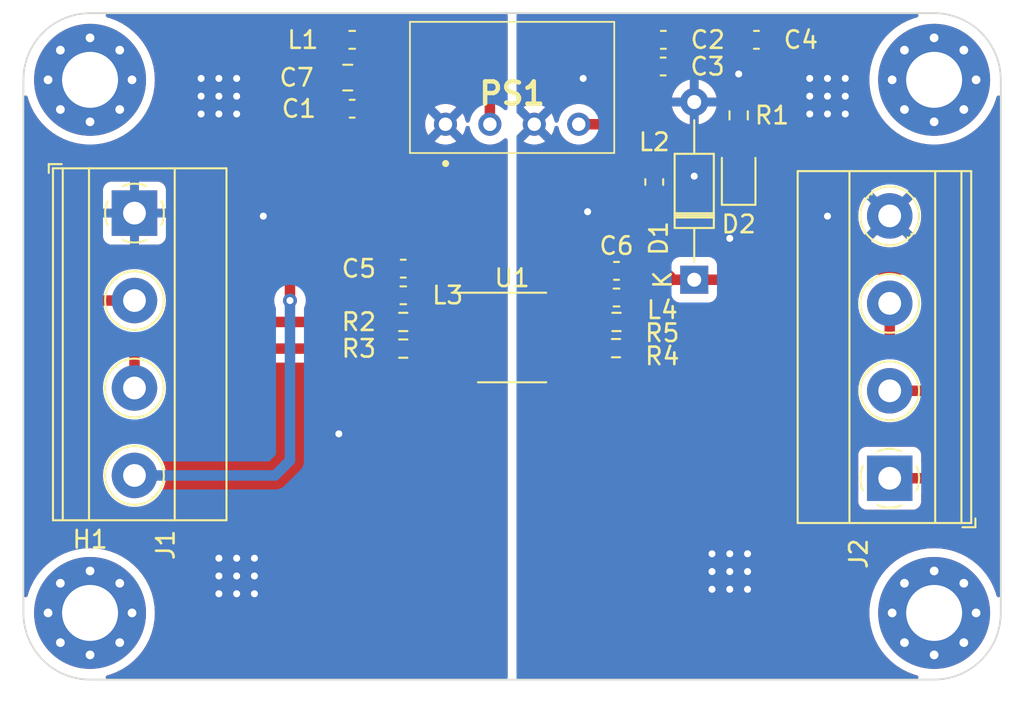
<source format=kicad_pcb>
(kicad_pcb (version 20221018) (generator pcbnew)
  (layers (0 "F.Cu" signal) (31 "B.Cu" signal) (34 "B.Paste" user) (35 "F.Paste" user) (36 "B.SilkS" user "B.Silkscreen") (37 "F.SilkS" user "F.Silkscreen") (38 "B.Mask" user) (39 "F.Mask" user) (44 "Edge.Cuts" user))
  (net 0 "")
  (net 1 "Net-(PS1-+Vin)")
  (net 2 "GND")
  (net 3 "Net-(PS1-+Vout)")
  (net 4 "GND1")
  (net 5 "+5VD")
  (net 6 "Net-(U1-VDD1)")
  (net 7 "Net-(U1-VDD2)")
  (net 8 "Net-(D2-A)")
  (net 9 "+5V")
  (net 10 "RXD_IN")
  (net 11 "Net-(U1-VOA)")
  (net 12 "TXD_IN")
  (net 13 "Net-(U1-VIB)")
  (net 14 "Net-(U1-VOB)")
  (net 15 "RXD_OUT")
  (net 16 "Net-(U1-VIA)")
  (net 17 "TXD_OUT")
  (footprint "Resistor_SMD:R_0603_1608Metric" (layer "F.Cu") (at 153.7716 95.6856)
    (fp_text reference "R4" (at 2.6416 0.4572) (layer "F.SilkS"))
    (fp_text value "47")
    (fp_line (start -0.237258 -0.5225) (end 0.237258 -0.5225) (stroke (width 0.12)) (layer "F.SilkS"))
    (fp_line (start -0.237258 0.5225) (end 0.237258 0.5225) (stroke (width 0.12)) (layer "F.SilkS"))
    (pad "1" smd roundrect (at -0.825 0) (size 0.8 0.95) (layers "F.Cu" "F.Paste" "F.Mask") (net 14 "Net-(U1-VOB)"))
    (pad "2" smd roundrect (at 0.825 0) (size 0.8 0.95) (layers "F.Cu" "F.Paste" "F.Mask") (net 15 "RXD_OUT"))
  )
  (footprint "Isolated-Serial-PCB:IL0505S" (layer "F.Cu") (at 147.828 81.129)
    (fp_text reference "PS1" (at 0 0) (layer "F.SilkS") (effects (font (size 1.27 1.27) (thickness 0.254))))
    (fp_text value "IL0505S" hide)
    (fp_line (start -5.84 -4.1) (end -5.84 3.4) (stroke (width 0.1)) (layer "F.SilkS"))
    (fp_line (start -5.84 3.4) (end 5.84 3.4) (stroke (width 0.1)) (layer "F.SilkS"))
    (fp_line (start -3.8 3.9) (end -3.8 3.9) (stroke (width 0.2)) (layer "F.SilkS"))
    (fp_line (start -3.8 4.1) (end -3.8 4.1) (stroke (width 0.2)) (layer "F.SilkS"))
    (fp_line (start 5.84 -4.1) (end -5.84 -4.1) (stroke (width 0.1)) (layer "F.SilkS"))
    (fp_line (start 5.84 3.4) (end 5.84 -4.1) (stroke (width 0.1)) (layer "F.SilkS"))
    (fp_arc (start -3.8 3.9) (mid -3.7 4) (end -3.8 4.1) (stroke (width 0.2)) (layer "F.SilkS"))
    (fp_arc (start -3.8 4.1) (mid -3.9 4) (end -3.8 3.9) (stroke (width 0.2)) (layer "F.SilkS"))
    (pad "1" thru_hole circle (at -3.81 1.755) (size 1.32 1.32) (drill 0.77) (layers "*.Cu" "*.Mask") (net 2 "GND"))
    (pad "2" thru_hole circle (at -1.27 1.755) (size 1.32 1.32) (drill 0.77) (layers "*.Cu" "*.Mask") (net 1 "Net-(PS1-+Vin)"))
    (pad "3" thru_hole circle (at 1.27 1.755) (size 1.32 1.32) (drill 0.77) (layers "*.Cu" "*.Mask") (net 4 "GND1"))
    (pad "4" thru_hole circle (at 3.81 1.755) (size 1.32 1.32) (drill 0.77) (layers "*.Cu" "*.Mask") (net 3 "Net-(PS1-+Vout)"))
  )
  (footprint "Capacitor_SMD:C_0603_1608Metric" (layer "F.Cu") (at 153.797 91.266)
    (fp_text reference "C6" (at 0 -1.43) (layer "F.SilkS"))
    (fp_text value "100nF")
    (fp_line (start -0.14058 -0.51) (end 0.14058 -0.51) (stroke (width 0.12)) (layer "F.SilkS"))
    (fp_line (start -0.14058 0.51) (end 0.14058 0.51) (stroke (width 0.12)) (layer "F.SilkS"))
    (pad "1" smd roundrect (at -0.775 0) (size 0.9 0.95) (layers "F.Cu" "F.Paste" "F.Mask") (net 7 "Net-(U1-VDD2)"))
    (pad "2" smd roundrect (at 0.775 0) (size 0.9 0.95) (layers "F.Cu" "F.Paste" "F.Mask") (net 4 "GND1"))
  )
  (footprint "Capacitor_SMD:C_0603_1608Metric" (layer "F.Cu") (at 156.464 79.582)
    (fp_text reference "C3" (at 2.54 0) (layer "F.SilkS"))
    (fp_text value "10uF")
    (fp_line (start -0.14058 -0.51) (end 0.14058 -0.51) (stroke (width 0.12)) (layer "F.SilkS"))
    (fp_line (start -0.14058 0.51) (end 0.14058 0.51) (stroke (width 0.12)) (layer "F.SilkS"))
    (pad "1" smd roundrect (at -0.775 0) (size 0.9 0.95) (layers "F.Cu" "F.Paste" "F.Mask") (net 3 "Net-(PS1-+Vout)"))
    (pad "2" smd roundrect (at 0.775 0) (size 0.9 0.95) (layers "F.Cu" "F.Paste" "F.Mask") (net 4 "GND1"))
  )
  (footprint "TerminalBlock_Phoenix:TerminalBlock_Phoenix_MKDS-1,5-4_1x04_P5.00mm_Horizontal" (layer "F.Cu") (at 169.418 103.124 90)
    (fp_text reference "J2" (at -4.318 -1.778 90) (layer "F.SilkS"))
    (fp_text value "Screw_Terminal_01x04")
    (fp_line (start -2.8 4.16) (end -2.8 4.9) (stroke (width 0.12)) (layer "F.SilkS"))
    (fp_line (start -2.8 4.9) (end -2.3 4.9) (stroke (width 0.12)) (layer "F.SilkS"))
    (fp_line (start -2.56 -5.261) (end -2.56 4.66) (stroke (width 0.12)) (layer "F.SilkS"))
    (fp_line (start -2.56 -5.261) (end 17.561 -5.261) (stroke (width 0.12)) (layer "F.SilkS"))
    (fp_line (start -2.56 -2.301) (end 17.561 -2.301) (stroke (width 0.12)) (layer "F.SilkS"))
    (fp_line (start -2.56 2.6) (end 17.561 2.6) (stroke (width 0.12)) (layer "F.SilkS"))
    (fp_line (start -2.56 4.1) (end 17.561 4.1) (stroke (width 0.12)) (layer "F.SilkS"))
    (fp_line (start -2.56 4.66) (end 17.561 4.66) (stroke (width 0.12)) (layer "F.SilkS"))
    (fp_line (start 3.773 1.023) (end 3.726 1.069) (stroke (width 0.12)) (layer "F.SilkS"))
    (fp_line (start 3.966 1.239) (end 3.931 1.274) (stroke (width 0.12)) (layer "F.SilkS"))
    (fp_line (start 6.07 -1.275) (end 6.035 -1.239) (stroke (width 0.12)) (layer "F.SilkS"))
    (fp_line (start 6.275 -1.069) (end 6.228 -1.023) (stroke (width 0.12)) (layer "F.SilkS"))
    (fp_line (start 8.773 1.023) (end 8.726 1.069) (stroke (width 0.12)) (layer "F.SilkS"))
    (fp_line (start 8.966 1.239) (end 8.931 1.274) (stroke (width 0.12)) (layer "F.SilkS"))
    (fp_line (start 11.07 -1.275) (end 11.035 -1.239) (stroke (width 0.12)) (layer "F.SilkS"))
    (fp_line (start 11.275 -1.069) (end 11.228 -1.023) (stroke (width 0.12)) (layer "F.SilkS"))
    (fp_line (start 13.773 1.023) (end 13.726 1.069) (stroke (width 0.12)) (layer "F.SilkS"))
    (fp_line (start 13.966 1.239) (end 13.931 1.274) (stroke (width 0.12)) (layer "F.SilkS"))
    (fp_line (start 16.07 -1.275) (end 16.035 -1.239) (stroke (width 0.12)) (layer "F.SilkS"))
    (fp_line (start 16.275 -1.069) (end 16.228 -1.023) (stroke (width 0.12)) (layer "F.SilkS"))
    (fp_line (start 17.561 -5.261) (end 17.561 4.66) (stroke (width 0.12)) (layer "F.SilkS"))
    (fp_arc (start -1.535427 0.683042) (mid -1.680501 -0.000524) (end -1.535 -0.684) (stroke (width 0.12)) (layer "F.SilkS"))
    (fp_arc (start -0.683042 -1.535427) (mid 0.000524 -1.680501) (end 0.684 -1.535) (stroke (width 0.12)) (layer "F.SilkS"))
    (fp_arc (start 0.028805 1.680253) (mid -0.335551 1.646659) (end -0.684 1.535) (stroke (width 0.12)) (layer "F.SilkS"))
    (fp_arc (start 0.683318 1.534756) (mid 0.349292 1.643288) (end 0 1.68) (stroke (width 0.12)) (layer "F.SilkS"))
    (fp_arc (start 1.535427 -0.683042) (mid 1.680501 0.000524) (end 1.535 0.684) (stroke (width 0.12)) (layer "F.SilkS"))
    (fp_circle (center 5 0) (end 6.68 0) (stroke (width 0.12)) (fill none) (layer "F.SilkS"))
    (fp_circle (center 10 0) (end 11.68 0) (stroke (width 0.12)) (fill none) (layer "F.SilkS"))
    (fp_circle (center 15 0) (end 16.68 0) (stroke (width 0.12)) (fill none) (layer "F.SilkS"))
    (pad "1" thru_hole rect (at 0 0 90) (size 2.6 2.6) (drill 1.3) (layers "*.Cu" "*.Mask") (net 5 "+5VD"))
    (pad "2" thru_hole circle (at 5 0 90) (size 2.6 2.6) (drill 1.3) (layers "*.Cu" "*.Mask") (net 17 "TXD_OUT"))
    (pad "3" thru_hole circle (at 10 0 90) (size 2.6 2.6) (drill 1.3) (layers "*.Cu" "*.Mask") (net 15 "RXD_OUT"))
    (pad "4" thru_hole circle (at 15 0 90) (size 2.6 2.6) (drill 1.3) (layers "*.Cu" "*.Mask") (net 4 "GND1"))
  )
  (footprint "Resistor_SMD:R_0603_1608Metric" (layer "F.Cu") (at 141.605 94.187)
    (fp_text reference "R2" (at -2.54 0) (layer "F.SilkS"))
    (fp_text value "47")
    (fp_line (start -0.237258 -0.5225) (end 0.237258 -0.5225) (stroke (width 0.12)) (layer "F.SilkS"))
    (fp_line (start -0.237258 0.5225) (end 0.237258 0.5225) (stroke (width 0.12)) (layer "F.SilkS"))
    (pad "1" smd roundrect (at -0.825 0) (size 0.8 0.95) (layers "F.Cu" "F.Paste" "F.Mask") (net 10 "RXD_IN"))
    (pad "2" smd roundrect (at 0.825 0) (size 0.8 0.95) (layers "F.Cu" "F.Paste" "F.Mask") (net 11 "Net-(U1-VOA)"))
  )
  (footprint "MountingHole:MountingHole_3.2mm_M3_Pad_Via" (layer "F.Cu") (at 171.958 80.344)
    (fp_text reference "H4" hide)
    (fp_text value "MountingHole")
    (pad "1" thru_hole circle (at -2.4 0) (size 0.8 0.8) (drill 0.5) (layers "*.Cu" "*.Mask"))
    (pad "1" thru_hole circle (at -1.697056 -1.697056) (size 0.8 0.8) (drill 0.5) (layers "*.Cu" "*.Mask"))
    (pad "1" thru_hole circle (at -1.697056 1.697056) (size 0.8 0.8) (drill 0.5) (layers "*.Cu" "*.Mask"))
    (pad "1" thru_hole circle (at 0 -2.4) (size 0.8 0.8) (drill 0.5) (layers "*.Cu" "*.Mask"))
    (pad "1" thru_hole circle (at 0 0) (size 6.4 6.4) (drill 3.2) (layers "*.Cu" "*.Mask"))
    (pad "1" thru_hole circle (at 0 2.4) (size 0.8 0.8) (drill 0.5) (layers "*.Cu" "*.Mask"))
    (pad "1" thru_hole circle (at 1.697056 -1.697056) (size 0.8 0.8) (drill 0.5) (layers "*.Cu" "*.Mask"))
    (pad "1" thru_hole circle (at 1.697056 1.697056) (size 0.8 0.8) (drill 0.5) (layers "*.Cu" "*.Mask"))
    (pad "1" thru_hole circle (at 2.4 0) (size 0.8 0.8) (drill 0.5) (layers "*.Cu" "*.Mask"))
  )
  (footprint "Inductor_SMD:L_0603_1608Metric" (layer "F.Cu") (at 155.956 86.186 90)
    (fp_text reference "L2" (at 2.286 0 180) (layer "F.SilkS"))
    (fp_text value "L_Ferrite")
    (fp_line (start -0.162779 -0.51) (end 0.162779 -0.51) (stroke (width 0.12)) (layer "F.SilkS"))
    (fp_line (start -0.162779 0.51) (end 0.162779 0.51) (stroke (width 0.12)) (layer "F.SilkS"))
    (pad "1" smd roundrect (at -0.7875 0 90) (size 0.875 0.95) (layers "F.Cu" "F.Paste" "F.Mask") (net 5 "+5VD"))
    (pad "2" smd roundrect (at 0.7875 0 90) (size 0.875 0.95) (layers "F.Cu" "F.Paste" "F.Mask") (net 3 "Net-(PS1-+Vout)"))
  )
  (footprint "Capacitor_SMD:C_0603_1608Metric" (layer "F.Cu") (at 138.684 81.995 180)
    (fp_text reference "C1" (at 3.048 0) (layer "F.SilkS"))
    (fp_text value "100nF")
    (fp_line (start -0.14058 -0.51) (end 0.14058 -0.51) (stroke (width 0.12)) (layer "F.SilkS"))
    (fp_line (start -0.14058 0.51) (end 0.14058 0.51) (stroke (width 0.12)) (layer "F.SilkS"))
    (pad "1" smd roundrect (at -0.775 0 180) (size 0.9 0.95) (layers "F.Cu" "F.Paste" "F.Mask") (net 1 "Net-(PS1-+Vin)"))
    (pad "2" smd roundrect (at 0.775 0 180) (size 0.9 0.95) (layers "F.Cu" "F.Paste" "F.Mask") (net 2 "GND"))
  )
  (footprint "Diode_THT:D_DO-35_SOD27_P10.16mm_Horizontal" (layer "F.Cu") (at 158.242 91.773999 90)
    (fp_text reference "D1" (at 2.365999 -2.032 90) (layer "F.SilkS"))
    (fp_text value "D_Zener")
    (fp_text user "K" (at 0 -1.8 90) (layer "F.SilkS"))
    (fp_line (start 1.04 0) (end 2.96 0) (stroke (width 0.12)) (layer "F.SilkS"))
    (fp_line (start 2.96 -1.12) (end 2.96 1.12) (stroke (width 0.12)) (layer "F.SilkS"))
    (fp_line (start 2.96 1.12) (end 7.2 1.12) (stroke (width 0.12)) (layer "F.SilkS"))
    (fp_line (start 3.56 -1.12) (end 3.56 1.12) (stroke (width 0.12)) (layer "F.SilkS"))
    (fp_line (start 3.68 -1.12) (end 3.68 1.12) (stroke (width 0.12)) (layer "F.SilkS"))
    (fp_line (start 3.8 -1.12) (end 3.8 1.12) (stroke (width 0.12)) (layer "F.SilkS"))
    (fp_line (start 7.2 -1.12) (end 2.96 -1.12) (stroke (width 0.12)) (layer "F.SilkS"))
    (fp_line (start 7.2 1.12) (end 7.2 -1.12) (stroke (width 0.12)) (layer "F.SilkS"))
    (fp_line (start 9.12 0) (end 7.2 0) (stroke (width 0.12)) (layer "F.SilkS"))
    (pad "1" thru_hole rect (at 0 0 90) (size 1.6 1.6) (drill 0.8) (layers "*.Cu" "*.Mask") (net 5 "+5VD"))
    (pad "2" thru_hole oval (at 10.16 0 90) (size 1.6 1.6) (drill 0.8) (layers "*.Cu" "*.Mask") (net 4 "GND1"))
  )
  (footprint "Package_SO:SOIC-8_3.9x4.9mm_P1.27mm" (layer "F.Cu") (at 147.828 95.076)
    (fp_text reference "U1" (at 0 -3.4) (layer "F.SilkS"))
    (fp_text value "ADuM1201AR")
    (fp_line (start 0 -2.56) (end -3.45 -2.56) (stroke (width 0.12)) (layer "F.SilkS"))
    (fp_line (start 0 -2.56) (end 1.95 -2.56) (stroke (width 0.12)) (layer "F.SilkS"))
    (fp_line (start 0 2.56) (end -1.95 2.56) (stroke (width 0.12)) (layer "F.SilkS"))
    (fp_line (start 0 2.56) (end 1.95 2.56) (stroke (width 0.12)) (layer "F.SilkS"))
    (pad "1" smd roundrect (at -2.475 -1.905) (size 1.95 0.6) (layers "F.Cu" "F.Paste" "F.Mask") (net 6 "Net-(U1-VDD1)"))
    (pad "2" smd roundrect (at -2.475 -0.635) (size 1.95 0.6) (layers "F.Cu" "F.Paste" "F.Mask") (net 11 "Net-(U1-VOA)"))
    (pad "3" smd roundrect (at -2.475 0.635) (size 1.95 0.6) (layers "F.Cu" "F.Paste" "F.Mask") (net 13 "Net-(U1-VIB)"))
    (pad "4" smd roundrect (at -2.475 1.905) (size 1.95 0.6) (layers "F.Cu" "F.Paste" "F.Mask") (net 2 "GND"))
    (pad "5" smd roundrect (at 2.475 1.905) (size 1.95 0.6) (layers "F.Cu" "F.Paste" "F.Mask") (net 4 "GND1"))
    (pad "6" smd roundrect (at 2.475 0.635) (size 1.95 0.6) (layers "F.Cu" "F.Paste" "F.Mask") (net 14 "Net-(U1-VOB)"))
    (pad "7" smd roundrect (at 2.475 -0.635) (size 1.95 0.6) (layers "F.Cu" "F.Paste" "F.Mask") (net 16 "Net-(U1-VIA)"))
    (pad "8" smd roundrect (at 2.475 -1.905) (size 1.95 0.6) (layers "F.Cu" "F.Paste" "F.Mask") (net 7 "Net-(U1-VDD2)"))
  )
  (footprint "MountingHole:MountingHole_3.2mm_M3_Pad_Via" (layer "F.Cu") (at 123.698 80.344)
    (fp_text reference "H2" hide)
    (fp_text value "MountingHole")
    (pad "1" thru_hole circle (at -2.4 0) (size 0.8 0.8) (drill 0.5) (layers "*.Cu" "*.Mask"))
    (pad "1" thru_hole circle (at -1.697056 -1.697056) (size 0.8 0.8) (drill 0.5) (layers "*.Cu" "*.Mask"))
    (pad "1" thru_hole circle (at -1.697056 1.697056) (size 0.8 0.8) (drill 0.5) (layers "*.Cu" "*.Mask"))
    (pad "1" thru_hole circle (at 0 -2.4) (size 0.8 0.8) (drill 0.5) (layers "*.Cu" "*.Mask"))
    (pad "1" thru_hole circle (at 0 0) (size 6.4 6.4) (drill 3.2) (layers "*.Cu" "*.Mask"))
    (pad "1" thru_hole circle (at 0 2.4) (size 0.8 0.8) (drill 0.5) (layers "*.Cu" "*.Mask"))
    (pad "1" thru_hole circle (at 1.697056 -1.697056) (size 0.8 0.8) (drill 0.5) (layers "*.Cu" "*.Mask"))
    (pad "1" thru_hole circle (at 1.697056 1.697056) (size 0.8 0.8) (drill 0.5) (layers "*.Cu" "*.Mask"))
    (pad "1" thru_hole circle (at 2.4 0) (size 0.8 0.8) (drill 0.5) (layers "*.Cu" "*.Mask"))
  )
  (footprint "LED_SMD:LED_0805_2012Metric" (layer "F.Cu") (at 160.782 85.805 90)
    (fp_text reference "D2" (at -2.794 0 180) (layer "F.SilkS"))
    (fp_text value "LED")
    (fp_line (start -1.685 -0.96) (end -1.685 0.96) (stroke (width 0.12)) (layer "F.SilkS"))
    (fp_line (start -1.685 0.96) (end 1 0.96) (stroke (width 0.12)) (layer "F.SilkS"))
    (fp_line (start 1 -0.96) (end -1.685 -0.96) (stroke (width 0.12)) (layer "F.SilkS"))
    (pad "1" smd roundrect (at -0.9375 0 90) (size 0.975 1.4) (layers "F.Cu" "F.Paste" "F.Mask") (net 4 "GND1"))
    (pad "2" smd roundrect (at 0.9375 0 90) (size 0.975 1.4) (layers "F.Cu" "F.Paste" "F.Mask") (net 8 "Net-(D2-A)"))
  )
  (footprint "Inductor_SMD:L_0603_1608Metric" (layer "F.Cu") (at 141.605 92.663 180)
    (fp_text reference "L3" (at -2.54 0) (layer "F.SilkS"))
    (fp_text value "L_Ferrite")
    (fp_line (start -0.162779 -0.51) (end 0.162779 -0.51) (stroke (width 0.12)) (layer "F.SilkS"))
    (fp_line (start -0.162779 0.51) (end 0.162779 0.51) (stroke (width 0.12)) (layer "F.SilkS"))
    (pad "1" smd roundrect (at -0.7875 0 180) (size 0.875 0.95) (layers "F.Cu" "F.Paste" "F.Mask") (net 6 "Net-(U1-VDD1)"))
    (pad "2" smd roundrect (at 0.7875 0 180) (size 0.875 0.95) (layers "F.Cu" "F.Paste" "F.Mask") (net 9 "+5V"))
  )
  (footprint "Capacitor_SMD:C_0603_1608Metric" (layer "F.Cu") (at 156.477 78.058)
    (fp_text reference "C2" (at 2.54 0) (layer "F.SilkS"))
    (fp_text value "10uF")
    (fp_line (start -0.14058 -0.51) (end 0.14058 -0.51) (stroke (width 0.12)) (layer "F.SilkS"))
    (fp_line (start -0.14058 0.51) (end 0.14058 0.51) (stroke (width 0.12)) (layer "F.SilkS"))
    (pad "1" smd roundrect (at -0.775 0) (size 0.9 0.95) (layers "F.Cu" "F.Paste" "F.Mask") (net 3 "Net-(PS1-+Vout)"))
    (pad "2" smd roundrect (at 0.775 0) (size 0.9 0.95) (layers "F.Cu" "F.Paste" "F.Mask") (net 4 "GND1"))
  )
  (footprint "TerminalBlock_Phoenix:TerminalBlock_Phoenix_MKDS-1,5-4_1x04_P5.00mm_Horizontal" (layer "F.Cu") (at 126.238 87.964 -90)
    (fp_text reference "J1" (at 18.97 -1.778 -90) (layer "F.SilkS"))
    (fp_text value "Screw_Terminal_01x04")
    (fp_line (start -2.8 4.16) (end -2.8 4.9) (stroke (width 0.12)) (layer "F.SilkS"))
    (fp_line (start -2.8 4.9) (end -2.3 4.9) (stroke (width 0.12)) (layer "F.SilkS"))
    (fp_line (start -2.56 -5.261) (end -2.56 4.66) (stroke (width 0.12)) (layer "F.SilkS"))
    (fp_line (start -2.56 -5.261) (end 17.561 -5.261) (stroke (width 0.12)) (layer "F.SilkS"))
    (fp_line (start -2.56 -2.301) (end 17.561 -2.301) (stroke (width 0.12)) (layer "F.SilkS"))
    (fp_line (start -2.56 2.6) (end 17.561 2.6) (stroke (width 0.12)) (layer "F.SilkS"))
    (fp_line (start -2.56 4.1) (end 17.561 4.1) (stroke (width 0.12)) (layer "F.SilkS"))
    (fp_line (start -2.56 4.66) (end 17.561 4.66) (stroke (width 0.12)) (layer "F.SilkS"))
    (fp_line (start 3.773 1.023) (end 3.726 1.069) (stroke (width 0.12)) (layer "F.SilkS"))
    (fp_line (start 3.966 1.239) (end 3.931 1.274) (stroke (width 0.12)) (layer "F.SilkS"))
    (fp_line (start 6.07 -1.275) (end 6.035 -1.239) (stroke (width 0.12)) (layer "F.SilkS"))
    (fp_line (start 6.275 -1.069) (end 6.228 -1.023) (stroke (width 0.12)) (layer "F.SilkS"))
    (fp_line (start 8.773 1.023) (end 8.726 1.069) (stroke (width 0.12)) (layer "F.SilkS"))
    (fp_line (start 8.966 1.239) (end 8.931 1.274) (stroke (width 0.12)) (layer "F.SilkS"))
    (fp_line (start 11.07 -1.275) (end 11.035 -1.239) (stroke (width 0.12)) (layer "F.SilkS"))
    (fp_line (start 11.275 -1.069) (end 11.228 -1.023) (stroke (width 0.12)) (layer "F.SilkS"))
    (fp_line (start 13.773 1.023) (end 13.726 1.069) (stroke (width 0.12)) (layer "F.SilkS"))
    (fp_line (start 13.966 1.239) (end 13.931 1.274) (stroke (width 0.12)) (layer "F.SilkS"))
    (fp_line (start 16.07 -1.275) (end 16.035 -1.239) (stroke (width 0.12)) (layer "F.SilkS"))
    (fp_line (start 16.275 -1.069) (end 16.228 -1.023) (stroke (width 0.12)) (layer "F.SilkS"))
    (fp_line (start 17.561 -5.261) (end 17.561 4.66) (stroke (width 0.12)) (layer "F.SilkS"))
    (fp_arc (start -1.535427 0.683042) (mid -1.680501 -0.000524) (end -1.535 -0.684) (stroke (width 0.12)) (layer "F.SilkS"))
    (fp_arc (start -0.683042 -1.535427) (mid 0.000524 -1.680501) (end 0.684 -1.535) (stroke (width 0.12)) (layer "F.SilkS"))
    (fp_arc (start 0.028805 1.680253) (mid -0.335551 1.646659) (end -0.684 1.535) (stroke (width 0.12)) (layer "F.SilkS"))
    (fp_arc (start 0.683318 1.534756) (mid 0.349292 1.643288) (end 0 1.68) (stroke (width 0.12)) (layer "F.SilkS"))
    (fp_arc (start 1.535427 -0.683042) (mid 1.680501 0.000524) (end 1.535 0.684) (stroke (width 0.12)) (layer "F.SilkS"))
    (fp_circle (center 5 0) (end 6.68 0) (stroke (width 0.12)) (fill none) (layer "F.SilkS"))
    (fp_circle (center 10 0) (end 11.68 0) (stroke (width 0.12)) (fill none) (layer "F.SilkS"))
    (fp_circle (center 15 0) (end 16.68 0) (stroke (width 0.12)) (fill none) (layer "F.SilkS"))
    (pad "1" thru_hole rect (at 0 0 270) (size 2.6 2.6) (drill 1.3) (layers "*.Cu" "*.Mask") (net 2 "GND"))
    (pad "2" thru_hole circle (at 5 0 270) (size 2.6 2.6) (drill 1.3) (layers "*.Cu" "*.Mask") (net 12 "TXD_IN"))
    (pad "3" thru_hole circle (at 10 0 270) (size 2.6 2.6) (drill 1.3) (layers "*.Cu" "*.Mask") (net 10 "RXD_IN"))
    (pad "4" thru_hole circle (at 15 0 270) (size 2.6 2.6) (drill 1.3) (layers "*.Cu" "*.Mask") (net 9 "+5V"))
  )
  (footprint "Resistor_SMD:R_0603_1608Metric" (layer "F.Cu") (at 160.782 82.376 -90)
    (fp_text reference "R1" (at 0 -1.905 -180) (layer "F.SilkS"))
    (fp_text value "1k")
    (fp_line (start -0.237258 -0.5225) (end 0.237258 -0.5225) (stroke (width 0.12)) (layer "F.SilkS"))
    (fp_line (start -0.237258 0.5225) (end 0.237258 0.5225) (stroke (width 0.12)) (layer "F.SilkS"))
    (pad "1" smd roundrect (at -0.825 0 270) (size 0.8 0.95) (layers "F.Cu" "F.Paste" "F.Mask") (net 5 "+5VD"))
    (pad "2" smd roundrect (at 0.825 0 270) (size 0.8 0.95) (layers "F.Cu" "F.Paste" "F.Mask") (net 8 "Net-(D2-A)"))
  )
  (footprint "MountingHole:MountingHole_3.2mm_M3_Pad_Via" (layer "F.Cu") (at 171.958 110.824)
    (fp_text reference "H3" hide)
    (fp_text value "MountingHole")
    (pad "1" thru_hole circle (at -2.4 0) (size 0.8 0.8) (drill 0.5) (layers "*.Cu" "*.Mask"))
    (pad "1" thru_hole circle (at -1.697056 -1.697056) (size 0.8 0.8) (drill 0.5) (layers "*.Cu" "*.Mask"))
    (pad "1" thru_hole circle (at -1.697056 1.697056) (size 0.8 0.8) (drill 0.5) (layers "*.Cu" "*.Mask"))
    (pad "1" thru_hole circle (at 0 -2.4) (size 0.8 0.8) (drill 0.5) (layers "*.Cu" "*.Mask"))
    (pad "1" thru_hole circle (at 0 0) (size 6.4 6.4) (drill 3.2) (layers "*.Cu" "*.Mask"))
    (pad "1" thru_hole circle (at 0 2.4) (size 0.8 0.8) (drill 0.5) (layers "*.Cu" "*.Mask"))
    (pad "1" thru_hole circle (at 1.697056 -1.697056) (size 0.8 0.8) (drill 0.5) (layers "*.Cu" "*.Mask"))
    (pad "1" thru_hole circle (at 1.697056 1.697056) (size 0.8 0.8) (drill 0.5) (layers "*.Cu" "*.Mask"))
    (pad "1" thru_hole circle (at 2.4 0) (size 0.8 0.8) (drill 0.5) (layers "*.Cu" "*.Mask"))
  )
  (footprint "Resistor_SMD:R_0603_1608Metric" (layer "F.Cu") (at 153.797 94.187)
    (fp_text reference "R5" (at 2.6162 0.635) (layer "F.SilkS"))
    (fp_text value "47")
    (fp_line (start -0.237258 -0.5225) (end 0.237258 -0.5225) (stroke (width 0.12)) (layer "F.SilkS"))
    (fp_line (start -0.237258 0.5225) (end 0.237258 0.5225) (stroke (width 0.12)) (layer "F.SilkS"))
    (pad "1" smd roundrect (at -0.825 0) (size 0.8 0.95) (layers "F.Cu" "F.Paste" "F.Mask") (net 16 "Net-(U1-VIA)"))
    (pad "2" smd roundrect (at 0.825 0) (size 0.8 0.95) (layers "F.Cu" "F.Paste" "F.Mask") (net 17 "TXD_OUT"))
  )
  (footprint "Resistor_SMD:R_0603_1608Metric" (layer "F.Cu") (at 141.605 95.711)
    (fp_text reference "R3" (at -2.54 0) (layer "F.SilkS"))
    (fp_text value "47")
    (fp_line (start -0.237258 -0.5225) (end 0.237258 -0.5225) (stroke (width 0.12)) (layer "F.SilkS"))
    (fp_line (start -0.237258 0.5225) (end 0.237258 0.5225) (stroke (width 0.12)) (layer "F.SilkS"))
    (pad "1" smd roundrect (at -0.825 0) (size 0.8 0.95) (layers "F.Cu" "F.Paste" "F.Mask") (net 12 "TXD_IN"))
    (pad "2" smd roundrect (at 0.825 0) (size 0.8 0.95) (layers "F.Cu" "F.Paste" "F.Mask") (net 13 "Net-(U1-VIB)"))
  )
  (footprint "Capacitor_SMD:C_0603_1608Metric" (layer "F.Cu") (at 141.605 91.139)
    (fp_text reference "C5" (at -2.54 0) (layer "F.SilkS"))
    (fp_text value "100nF")
    (fp_line (start -0.14058 -0.51) (end 0.14058 -0.51) (stroke (width 0.12)) (layer "F.SilkS"))
    (fp_line (start -0.14058 0.51) (end 0.14058 0.51) (stroke (width 0.12)) (layer "F.SilkS"))
    (pad "1" smd roundrect (at -0.775 0) (size 0.9 0.95) (layers "F.Cu" "F.Paste" "F.Mask") (net 2 "GND"))
    (pad "2" smd roundrect (at 0.775 0) (size 0.9 0.95) (layers "F.Cu" "F.Paste" "F.Mask") (net 6 "Net-(U1-VDD1)"))
  )
  (footprint "Inductor_SMD:L_0603_1608Metric" (layer "F.Cu") (at 153.797 92.79 180)
    (fp_text reference "L4" (at -2.6162 -0.7112) (layer "F.SilkS"))
    (fp_text value "L_Ferrite")
    (fp_line (start -0.162779 -0.51) (end 0.162779 -0.51) (stroke (width 0.12)) (layer "F.SilkS"))
    (fp_line (start -0.162779 0.51) (end 0.162779 0.51) (stroke (width 0.12)) (layer "F.SilkS"))
    (pad "1" smd roundrect (at -0.7875 0 180) (size 0.875 0.95) (layers "F.Cu" "F.Paste" "F.Mask") (net 5 "+5VD"))
    (pad "2" smd roundrect (at 0.7875 0 180) (size 0.875 0.95) (layers "F.Cu" "F.Paste" "F.Mask") (net 7 "Net-(U1-VDD2)"))
  )
  (footprint "MountingHole:MountingHole_3.2mm_M3_Pad_Via" (layer "F.Cu") (at 123.698 110.824)
    (fp_text reference "H1" (at 0 -4.2) (layer "F.SilkS"))
    (fp_text value "MountingHole")
    (pad "1" thru_hole circle (at -2.4 0) (size 0.8 0.8) (drill 0.5) (layers "*.Cu" "*.Mask"))
    (pad "1" thru_hole circle (at -1.697056 -1.697056) (size 0.8 0.8) (drill 0.5) (layers "*.Cu" "*.Mask"))
    (pad "1" thru_hole circle (at -1.697056 1.697056) (size 0.8 0.8) (drill 0.5) (layers "*.Cu" "*.Mask"))
    (pad "1" thru_hole circle (at 0 -2.4) (size 0.8 0.8) (drill 0.5) (layers "*.Cu" "*.Mask"))
    (pad "1" thru_hole circle (at 0 0) (size 6.4 6.4) (drill 3.2) (layers "*.Cu" "*.Mask"))
    (pad "1" thru_hole circle (at 0 2.4) (size 0.8 0.8) (drill 0.5) (layers "*.Cu" "*.Mask"))
    (pad "1" thru_hole circle (at 1.697056 -1.697056) (size 0.8 0.8) (drill 0.5) (layers "*.Cu" "*.Mask"))
    (pad "1" thru_hole circle (at 1.697056 1.697056) (size 0.8 0.8) (drill 0.5) (layers "*.Cu" "*.Mask"))
    (pad "1" thru_hole circle (at 2.4 0) (size 0.8 0.8) (drill 0.5) (layers "*.Cu" "*.Mask"))
  )
  (footprint "Inductor_SMD:L_0603_1608Metric" (layer "F.Cu") (at 138.684 78.058 180)
    (fp_text reference "L1" (at 2.819501 0) (layer "F.SilkS"))
    (fp_text value "L_Ferrite")
    (fp_line (start -0.162779 -0.51) (end 0.162779 -0.51) (stroke (width 0.12)) (layer "F.SilkS"))
    (fp_line (start -0.162779 0.51) (end 0.162779 0.51) (stroke (width 0.12)) (layer "F.SilkS"))
    (pad "1" smd roundrect (at -0.7875 0 180) (size 0.875 0.95) (layers "F.Cu" "F.Paste" "F.Mask") (net 1 "Net-(PS1-+Vin)"))
    (pad "2" smd roundrect (at 0.7875 0 180) (size 0.875 0.95) (layers "F.Cu" "F.Paste" "F.Mask") (net 9 "+5V"))
  )
  (footprint "Capacitor_SMD:C_0805_2012Metric" (layer "F.Cu") (at 138.43 80.217 180)
    (fp_text reference "C7" (at 2.921 0) (layer "F.SilkS"))
    (fp_text value "10uF")
    (fp_line (start -0.261252 -0.735) (end 0.261252 -0.735) (stroke (width 0.12)) (layer "F.SilkS"))
    (fp_line (start -0.261252 0.735) (end 0.261252 0.735) (stroke (width 0.12)) (layer "F.SilkS"))
    (pad "1" smd roundrect (at -0.95 0 180) (size 1 1.45) (layers "F.Cu" "F.Paste" "F.Mask") (net 1 "Net-(PS1-+Vin)"))
    (pad "2" smd roundrect (at 0.95 0 180) (size 1 1.45) (layers "F.Cu" "F.Paste" "F.Mask") (net 2 "GND"))
  )
  (footprint "Capacitor_SMD:C_0603_1608Metric" (layer "F.Cu") (at 161.798 78.058 180)
    (fp_text reference "C4" (at -2.54 0) (layer "F.SilkS"))
    (fp_text value "100nF")
    (fp_line (start -0.14058 -0.51) (end 0.14058 -0.51) (stroke (width 0.12)) (layer "F.SilkS"))
    (fp_line (start -0.14058 0.51) (end 0.14058 0.51) (stroke (width 0.12)) (layer "F.SilkS"))
    (pad "1" smd roundrect (at -0.775 0 180) (size 0.9 0.95) (layers "F.Cu" "F.Paste" "F.Mask") (net 5 "+5VD"))
    (pad "2" smd roundrect (at 0.775 0 180) (size 0.9 0.95) (layers "F.Cu" "F.Paste" "F.Mask") (net 4 "GND1"))
  )
  (gr_line (start 123.698 76.534) (end 171.958 76.534) (stroke (width 0.1)) (layer "Edge.Cuts"))
  (gr_line (start 171.958 114.634) (end 123.698 114.634) (stroke (width 0.1)) (layer "Edge.Cuts"))
  (gr_arc (start 171.958 76.534) (mid 174.652077 77.649923) (end 175.768 80.344) (stroke (width 0.1)) (layer "Edge.Cuts"))
  (gr_line (start 119.888 110.824) (end 119.888 80.344) (stroke (width 0.1)) (layer "Edge.Cuts"))
  (gr_arc (start 119.888 80.344) (mid 121.003923 77.649923) (end 123.698 76.534) (stroke (width 0.1)) (layer "Edge.Cuts"))
  (gr_arc (start 123.698 114.634) (mid 121.003923 113.518077) (end 119.888 110.824) (stroke (width 0.1)) (layer "Edge.Cuts"))
  (gr_arc (start 175.768 110.824) (mid 174.652077 113.518077) (end 171.958 114.634) (stroke (width 0.1)) (layer "Edge.Cuts"))
  (gr_line (start 175.768 80.344) (end 175.768 110.824) (stroke (width 0.1)) (layer "Edge.Cuts"))
  (segment (start 139.38 80.217) (end 139.38 81.916) (width 0.6) (layer "F.Cu") (net 1))
  (segment (start 139.38 81.916) (end 139.459 81.995) (width 0.6) (layer "F.Cu") (net 1))
  (segment (start 139.38 80.217) (end 139.427 80.264) (width 0.6) (layer "F.Cu") (net 1))
  (segment (start 146.558 81.28) (end 146.558 82.884) (width 0.6) (layer "F.Cu") (net 1))
  (segment (start 139.427 80.264) (end 145.542 80.264) (width 0.6) (layer "F.Cu") (net 1))
  (segment (start 145.542 80.264) (end 146.558 81.28) (width 0.6) (layer "F.Cu") (net 1))
  (segment (start 139.4715 78.058) (end 139.4715 80.1255) (width 0.6) (layer "F.Cu") (net 1))
  (segment (start 139.4715 80.1255) (end 139.38 80.217) (width 0.6) (layer "F.Cu") (net 1))
  (via (at 132.08 107.696) (size 0.8) (drill 0.4) (layers "F.Cu" "B.Cu") (net 2))
  (via (at 133.096 108.712) (size 0.8) (drill 0.4) (layers "F.Cu" "B.Cu") (net 2))
  (via (at 130.048 80.264) (size 0.8) (drill 0.4) (layers "F.Cu" "B.Cu") (net 2))
  (via (at 131.064 109.728) (size 0.8) (drill 0.4) (layers "F.Cu" "B.Cu") (net 2))
  (via (at 132.08 81.28) (size 0.8) (drill 0.4) (layers "F.Cu" "B.Cu") (net 2))
  (via (at 130.048 81.28) (size 0.8) (drill 0.4) (layers "F.Cu" "B.Cu") (net 2))
  (via (at 131.064 82.296) (size 0.8) (drill 0.4) (layers "F.Cu" "B.Cu") (net 2))
  (via (at 132.08 109.728) (size 0.8) (drill 0.4) (layers "F.Cu" "B.Cu") (net 2))
  (via (at 133.604 88.138) (size 0.8) (drill 0.4) (layers "F.Cu" "B.Cu") (net 2))
  (via (at 130.048 82.296) (size 0.8) (drill 0.4) (layers "F.Cu" "B.Cu") (net 2))
  (via (at 131.064 80.264) (size 0.8) (drill 0.4) (layers "F.Cu" "B.Cu") (net 2))
  (via (at 133.096 109.728) (size 0.8) (drill 0.4) (layers "F.Cu" "B.Cu") (net 2))
  (via (at 132.08 108.712) (size 0.8) (drill 0.4) (layers "F.Cu" "B.Cu") (net 2))
  (via (at 131.064 108.712) (size 0.8) (drill 0.4) (layers "F.Cu" "B.Cu") (net 2))
  (via (at 132.08 82.296) (size 0.8) (drill 0.4) (layers "F.Cu" "B.Cu") (net 2))
  (via (at 131.064 81.28) (size 0.8) (drill 0.4) (layers "F.Cu" "B.Cu") (net 2))
  (via (at 133.096 107.696) (size 0.8) (drill 0.4) (layers "F.Cu" "B.Cu") (net 2))
  (via (at 132.08 80.264) (size 0.8) (drill 0.4) (layers "F.Cu" "B.Cu") (net 2))
  (via (at 131.064 107.696) (size 0.8) (drill 0.4) (layers "F.Cu" "B.Cu") (net 2))
  (via (at 137.922 100.584) (size 0.8) (drill 0.4) (layers "F.Cu" "B.Cu") (net 2))
  (segment (start 155.194 82.804) (end 155.114 82.884) (width 0.6) (layer "F.Cu") (net 3))
  (segment (start 155.689 82.309) (end 155.194 82.804) (width 0.6) (layer "F.Cu") (net 3))
  (segment (start 155.689 79.582) (end 155.689 82.309) (width 0.6) (layer "F.Cu") (net 3))
  (segment (start 155.114 82.884) (end 151.638 82.884) (width 0.6) (layer "F.Cu") (net 3))
  (segment (start 155.689 79.582) (end 155.689 78.071) (width 0.6) (layer "F.Cu") (net 3))
  (segment (start 155.956 85.3985) (end 155.956 83.566) (width 0.6) (layer "F.Cu") (net 3))
  (segment (start 155.689 78.071) (end 155.702 78.058) (width 0.6) (layer "F.Cu") (net 3))
  (segment (start 155.956 83.566) (end 155.194 82.804) (width 0.6) (layer "F.Cu") (net 3))
  (via (at 151.892 80.264) (size 0.8) (drill 0.4) (layers "F.Cu" "B.Cu") (net 4))
  (via (at 165.862 81.28) (size 0.8) (drill 0.4) (layers "F.Cu" "B.Cu") (net 4))
  (via (at 165.861798 82.295395) (size 0.8) (drill 0.4) (layers "F.Cu" "B.Cu") (net 4))
  (via (at 158.242 85.852) (size 0.8) (drill 0.4) (layers "F.Cu" "B.Cu") (net 4))
  (via (at 159.258 109.474) (size 0.8) (drill 0.4) (layers "F.Cu" "B.Cu") (net 4))
  (via (at 161.29 109.474) (size 0.8) (drill 0.4) (layers "F.Cu" "B.Cu") (net 4))
  (via (at 160.782 80.01) (size 0.8) (drill 0.4) (layers "F.Cu" "B.Cu") (net 4))
  (via (at 160.274 108.458) (size 0.8) (drill 0.4) (layers "F.Cu" "B.Cu") (net 4))
  (via (at 166.878 80.264) (size 0.8) (drill 0.4) (layers "F.Cu" "B.Cu") (net 4))
  (via (at 164.846 81.28) (size 0.8) (drill 0.4) (layers "F.Cu" "B.Cu") (net 4))
  (via (at 152.146 87.884) (size 0.8) (drill 0.4) (layers "F.Cu" "B.Cu") (net 4))
  (via (at 159.258 107.442) (size 0.8) (drill 0.4) (layers "F.Cu" "B.Cu") (net 4))
  (via (at 164.846 82.296) (size 0.8) (drill 0.4) (layers "F.Cu" "B.Cu") (net 4))
  (via (at 161.29 107.442) (size 0.8) (drill 0.4) (layers "F.Cu" "B.Cu") (net 4))
  (via (at 166.878 82.296) (size 0.8) (drill 0.4) (layers "F.Cu" "B.Cu") (net 4))
  (via (at 160.274 89.408) (size 0.8) (drill 0.4) (layers "F.Cu" "B.Cu") (net 4))
  (via (at 159.258 108.458) (size 0.8) (drill 0.4) (layers "F.Cu" "B.Cu") (net 4))
  (via (at 165.862 80.264) (size 0.8) (drill 0.4) (layers "F.Cu" "B.Cu") (net 4))
  (via (at 160.274 107.442) (size 0.8) (drill 0.4) (layers "F.Cu" "B.Cu") (net 4))
  (via (at 166.878 81.28) (size 0.8) (drill 0.4) (layers "F.Cu" "B.Cu") (net 4))
  (via (at 165.862 88.138) (size 0.8) (drill 0.4) (layers "F.Cu" "B.Cu") (net 4))
  (via (at 164.846 80.264) (size 0.8) (drill 0.4) (layers "F.Cu" "B.Cu") (net 4))
  (via (at 161.29 108.458) (size 0.8) (drill 0.4) (layers "F.Cu" "B.Cu") (net 4))
  (via (at 160.273798 109.473395) (size 0.8) (drill 0.4) (layers "F.Cu" "B.Cu") (net 4))
  (segment (start 173.736 102.362) (end 173.736 85.852) (width 0.6) (layer "F.Cu") (net 5))
  (segment (start 160.782 81.551) (end 162.035 81.551) (width 0.6) (layer "F.Cu") (net 5))
  (segment (start 163.068 82.584) (end 162.035 81.551) (width 0.6) (layer "F.Cu") (net 5))
  (segment (start 162.035 81.551) (end 162.56 81.026) (width 0.6) (layer "F.Cu") (net 5))
  (segment (start 162.56 78.071) (end 162.573 78.058) (width 0.6) (layer "F.Cu") (net 5))
  (segment (start 172.974 103.124) (end 173.736 102.362) (width 0.6) (layer "F.Cu") (net 5))
  (segment (start 163.322 86.106) (end 163.322 90.424) (width 0.6) (layer "F.Cu") (net 5))
  (segment (start 169.418 103.124) (end 172.974 103.124) (width 0.6) (layer "F.Cu") (net 5))
  (segment (start 173.228 85.344) (end 164.338 85.344) (width 0.6) (layer "F.Cu") (net 5))
  (segment (start 156.892001 91.773999) (end 156.892001 91.614001) (width 0.6) (layer "F.Cu") (net 5))
  (segment (start 163.068 84.074) (end 163.068 82.584) (width 0.6) (layer "F.Cu") (net 5))
  (segment (start 164.338 85.344) (end 164.084 85.344) (width 0.6) (layer "F.Cu") (net 5))
  (segment (start 162.56 81.026) (end 162.56 78.071) (width 0.6) (layer "F.Cu") (net 5))
  (segment (start 164.084 85.344) (end 163.322 86.106) (width 0.6) (layer "F.Cu") (net 5))
  (segment (start 161.972001 91.773999) (end 158.242 91.773999) (width 0.6) (layer "F.Cu") (net 5))
  (segment (start 163.322 90.424) (end 161.972001 91.773999) (width 0.6) (layer "F.Cu") (net 5))
  (segment (start 164.338 85.344) (end 163.068 84.074) (width 0.6) (layer "F.Cu") (net 5))
  (segment (start 173.736 85.852) (end 173.228 85.344) (width 0.6) (layer "F.Cu") (net 5))
  (segment (start 158.242 91.773999) (end 156.892001 91.773999) (width 0.6) (layer "F.Cu") (net 5))
  (segment (start 156.892001 91.773999) (end 155.876 92.79) (width 0.6) (layer "F.Cu") (net 5))
  (segment (start 156.21 87.2275) (end 155.956 86.9735) (width 0.6) (layer "F.Cu") (net 5))
  (segment (start 156.892001 91.614001) (end 156.21 90.932) (width 0.6) (layer "F.Cu") (net 5))
  (segment (start 156.21 90.932) (end 156.21 87.2275) (width 0.6) (layer "F.Cu") (net 5))
  (segment (start 155.876 92.79) (end 154.5845 92.79) (width 0.6) (layer "F.Cu") (net 5))
  (segment (start 143.51 92.71) (end 142.4395 92.71) (width 0.6) (layer "F.Cu") (net 6))
  (segment (start 142.3925 91.1515) (end 142.38 91.139) (width 0.6) (layer "F.Cu") (net 6))
  (segment (start 145.353 93.171) (end 143.971 93.171) (width 0.6) (layer "F.Cu") (net 6))
  (segment (start 142.4395 92.71) (end 142.3925 92.663) (width 0.6) (layer "F.Cu") (net 6))
  (segment (start 143.971 93.171) (end 143.51 92.71) (width 0.6) (layer "F.Cu") (net 6))
  (segment (start 142.3925 92.663) (end 142.3925 91.1515) (width 0.6) (layer "F.Cu") (net 6))
  (segment (start 151.812 92.79) (end 153.0095 92.79) (width 0.6) (layer "F.Cu") (net 7))
  (segment (start 153.0095 91.2785) (end 153.022 91.266) (width 0.6) (layer "F.Cu") (net 7))
  (segment (start 150.303 93.171) (end 151.431 93.171) (width 0.6) (layer "F.Cu") (net 7))
  (segment (start 151.431 93.171) (end 151.812 92.79) (width 0.6) (layer "F.Cu") (net 7))
  (segment (start 153.0095 92.79) (end 153.0095 91.2785) (width 0.6) (layer "F.Cu") (net 7))
  (segment (start 160.782 83.201) (end 160.782 84.8675) (width 0.6) (layer "F.Cu") (net 8))
  (segment (start 136.953 92.663) (end 136.859 92.663) (width 0.6) (layer "F.Cu") (net 9))
  (segment (start 135.636 91.44) (end 135.636 78.486) (width 0.6) (layer "F.Cu") (net 9))
  (segment (start 136.859 92.663) (end 135.636 91.44) (width 0.6) (layer "F.Cu") (net 9))
  (segment (start 135.636 78.486) (end 136.064 78.058) (width 0.6) (layer "F.Cu") (net 9))
  (segment (start 135.128 92.964) (end 135.128 91.948) (width 0.6) (layer "F.Cu") (net 9))
  (segment (start 136.064 78.058) (end 137.8965 78.058) (width 0.6) (layer "F.Cu") (net 9))
  (segment (start 135.128 91.948) (end 135.636 91.44) (width 0.6) (layer "F.Cu") (net 9))
  (segment (start 136.953 92.663) (end 140.8175 92.663) (width 0.6) (layer "F.Cu") (net 9))
  (via (at 135.128 92.964) (size 0.8) (drill 0.4) (layers "F.Cu" "B.Cu") (net 9))
  (segment (start 134.62 102.616) (end 135.128 102.108) (width 0.6) (layer "B.Cu") (net 9))
  (segment (start 135.128 102.108) (end 135.128 92.964) (width 0.6) (layer "B.Cu") (net 9))
  (segment (start 126.238 102.964) (end 134.272 102.964) (width 0.6) (layer "B.Cu") (net 9))
  (segment (start 134.272 102.964) (end 134.62 102.616) (width 0.6) (layer "B.Cu") (net 9))
  (segment (start 126.746 95.504) (end 126.238 96.012) (width 0.6) (layer "F.Cu") (net 10))
  (segment (start 140.78 94.187) (end 130.603 94.187) (width 0.6) (layer "F.Cu") (net 10))
  (segment (start 129.286 95.504) (end 126.746 95.504) (width 0.6) (layer "F.Cu") (net 10))
  (segment (start 126.238 96.012) (end 126.238 97.964) (width 0.6) (layer "F.Cu") (net 10))
  (segment (start 130.603 94.187) (end 129.286 95.504) (width 0.6) (layer "F.Cu") (net 10))
  (segment (start 144.225 94.441) (end 145.353 94.441) (width 0.6) (layer "F.Cu") (net 11))
  (segment (start 143.971 94.187) (end 144.225 94.441) (width 0.6) (layer "F.Cu") (net 11))
  (segment (start 142.43 94.187) (end 143.971 94.187) (width 0.6) (layer "F.Cu") (net 11))
  (segment (start 122.428 93.726) (end 122.428 99.314) (width 0.6) (layer "F.Cu") (net 12))
  (segment (start 122.428 99.314) (end 123.444 100.33) (width 0.6) (layer "F.Cu") (net 12))
  (segment (start 132.127 95.711) (end 140.78 95.711) (width 0.6) (layer "F.Cu") (net 12))
  (segment (start 129.54 100.33) (end 131.064 98.806) (width 0.6) (layer "F.Cu") (net 12))
  (segment (start 123.444 100.33) (end 129.54 100.33) (width 0.6) (layer "F.Cu") (net 12))
  (segment (start 123.19 92.964) (end 122.428 93.726) (width 0.6) (layer "F.Cu") (net 12))
  (segment (start 126.238 92.964) (end 123.19 92.964) (width 0.6) (layer "F.Cu") (net 12))
  (segment (start 131.064 98.806) (end 131.064 96.774) (width 0.6) (layer "F.Cu") (net 12))
  (segment (start 131.064 96.774) (end 132.127 95.711) (width 0.6) (layer "F.Cu") (net 12))
  (segment (start 145.353 95.711) (end 142.43 95.711) (width 0.6) (layer "F.Cu") (net 13))
  (segment (start 152.9212 95.711) (end 152.9466 95.6856) (width 0.6) (layer "F.Cu") (net 14))
  (segment (start 150.303 95.711) (end 152.9212 95.711) (width 0.6) (layer "F.Cu") (net 14))
  (segment (start 168.9824 95.6856) (end 169.418 95.25) (width 0.6) (layer "F.Cu") (net 15))
  (segment (start 154.5966 95.6856) (end 168.9824 95.6856) (width 0.6) (layer "F.Cu") (net 15))
  (segment (start 169.418 95.25) (end 169.418 93.124) (width 0.6) (layer "F.Cu") (net 15))
  (segment (start 152.447 94.187) (end 152.972 94.187) (width 0.6) (layer "F.Cu") (net 16))
  (segment (start 150.303 94.441) (end 152.193 94.441) (width 0.6) (layer "F.Cu") (net 16))
  (segment (start 152.193 94.441) (end 152.447 94.187) (width 0.6) (layer "F.Cu") (net 16))
  (segment (start 165.862 91.948) (end 166.624 91.186) (width 0.6) (layer "F.Cu") (net 17))
  (segment (start 154.622 94.187) (end 165.401 94.187) (width 0.6) (layer "F.Cu") (net 17))
  (segment (start 165.401 94.187) (end 165.862 93.726) (width 0.6) (layer "F.Cu") (net 17))
  (segment (start 171.624 98.124) (end 169.418 98.124) (width 0.6) (layer "F.Cu") (net 17))
  (segment (start 172.212 91.694) (end 172.212 97.536) (width 0.6) (layer "F.Cu") (net 17))
  (segment (start 172.212 97.536) (end 171.624 98.124) (width 0.6) (layer "F.Cu") (net 17))
  (segment (start 166.624 91.186) (end 171.704 91.186) (width 0.6) (layer "F.Cu") (net 17))
  (segment (start 171.704 91.186) (end 172.212 91.694) (width 0.6) (layer "F.Cu") (net 17))
  (segment (start 165.862 93.726) (end 165.862 91.948) (width 0.6) (layer "F.Cu") (net 17))
  (zone (net 4) (net_name "GND1") (layers "F&B.Cu") (priority 1) (connect_pads (clearance 0.5)) (min_thickness 0.25) (fill yes (thermal_gap 0.5) (thermal_bridge_width 0.5))
    (polygon (pts (xy 148.082 76.2) (xy 176.022 76.2) (xy 176.022 115.062) (xy 148.082 115.062)))
  )
  (zone (net 2) (net_name "GND") (layers "F&B.Cu") (connect_pads (clearance 0.5)) (min_thickness 0.25) (fill yes (thermal_gap 0.5) (thermal_bridge_width 0.5))
    (polygon (pts (xy 119.634 76.2) (xy 147.574 76.2) (xy 147.574 115.062) (xy 119.634 115.062)))
  )
)
</source>
